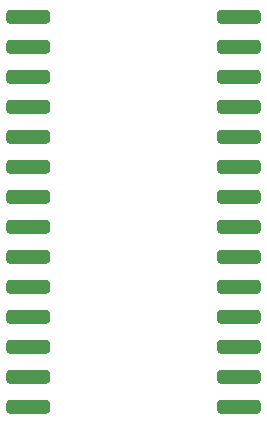
<source format=gbs>
%TF.GenerationSoftware,KiCad,Pcbnew,(5.1.10)-1*%
%TF.CreationDate,2021-09-09T19:00:59-06:00*%
%TF.ProjectId,NVRTC,4e565254-432e-46b6-9963-61645f706362,3*%
%TF.SameCoordinates,Original*%
%TF.FileFunction,Soldermask,Bot*%
%TF.FilePolarity,Negative*%
%FSLAX46Y46*%
G04 Gerber Fmt 4.6, Leading zero omitted, Abs format (unit mm)*
G04 Created by KiCad (PCBNEW (5.1.10)-1) date 2021-09-09 19:00:59*
%MOMM*%
%LPD*%
G01*
G04 APERTURE LIST*
G04 APERTURE END LIST*
%TO.C,H1*%
G36*
G01*
X161900000Y-75900000D02*
X161900000Y-76500000D01*
G75*
G02*
X161600000Y-76800000I-300000J0D01*
G01*
X158500000Y-76800000D01*
G75*
G02*
X158200000Y-76500000I0J300000D01*
G01*
X158200000Y-75900000D01*
G75*
G02*
X158500000Y-75600000I300000J0D01*
G01*
X161600000Y-75600000D01*
G75*
G02*
X161900000Y-75900000I0J-300000D01*
G01*
G37*
G36*
G01*
X161900000Y-78440000D02*
X161900000Y-79040000D01*
G75*
G02*
X161600000Y-79340000I-300000J0D01*
G01*
X158500000Y-79340000D01*
G75*
G02*
X158200000Y-79040000I0J300000D01*
G01*
X158200000Y-78440000D01*
G75*
G02*
X158500000Y-78140000I300000J0D01*
G01*
X161600000Y-78140000D01*
G75*
G02*
X161900000Y-78440000I0J-300000D01*
G01*
G37*
G36*
G01*
X161900000Y-80980000D02*
X161900000Y-81580000D01*
G75*
G02*
X161600000Y-81880000I-300000J0D01*
G01*
X158500000Y-81880000D01*
G75*
G02*
X158200000Y-81580000I0J300000D01*
G01*
X158200000Y-80980000D01*
G75*
G02*
X158500000Y-80680000I300000J0D01*
G01*
X161600000Y-80680000D01*
G75*
G02*
X161900000Y-80980000I0J-300000D01*
G01*
G37*
G36*
G01*
X161900000Y-83520000D02*
X161900000Y-84120000D01*
G75*
G02*
X161600000Y-84420000I-300000J0D01*
G01*
X158500000Y-84420000D01*
G75*
G02*
X158200000Y-84120000I0J300000D01*
G01*
X158200000Y-83520000D01*
G75*
G02*
X158500000Y-83220000I300000J0D01*
G01*
X161600000Y-83220000D01*
G75*
G02*
X161900000Y-83520000I0J-300000D01*
G01*
G37*
G36*
G01*
X161900000Y-86060000D02*
X161900000Y-86660000D01*
G75*
G02*
X161600000Y-86960000I-300000J0D01*
G01*
X158500000Y-86960000D01*
G75*
G02*
X158200000Y-86660000I0J300000D01*
G01*
X158200000Y-86060000D01*
G75*
G02*
X158500000Y-85760000I300000J0D01*
G01*
X161600000Y-85760000D01*
G75*
G02*
X161900000Y-86060000I0J-300000D01*
G01*
G37*
G36*
G01*
X161900000Y-88600000D02*
X161900000Y-89200000D01*
G75*
G02*
X161600000Y-89500000I-300000J0D01*
G01*
X158500000Y-89500000D01*
G75*
G02*
X158200000Y-89200000I0J300000D01*
G01*
X158200000Y-88600000D01*
G75*
G02*
X158500000Y-88300000I300000J0D01*
G01*
X161600000Y-88300000D01*
G75*
G02*
X161900000Y-88600000I0J-300000D01*
G01*
G37*
G36*
G01*
X161900000Y-91140000D02*
X161900000Y-91740000D01*
G75*
G02*
X161600000Y-92040000I-300000J0D01*
G01*
X158500000Y-92040000D01*
G75*
G02*
X158200000Y-91740000I0J300000D01*
G01*
X158200000Y-91140000D01*
G75*
G02*
X158500000Y-90840000I300000J0D01*
G01*
X161600000Y-90840000D01*
G75*
G02*
X161900000Y-91140000I0J-300000D01*
G01*
G37*
G36*
G01*
X161900000Y-93680000D02*
X161900000Y-94280000D01*
G75*
G02*
X161600000Y-94580000I-300000J0D01*
G01*
X158500000Y-94580000D01*
G75*
G02*
X158200000Y-94280000I0J300000D01*
G01*
X158200000Y-93680000D01*
G75*
G02*
X158500000Y-93380000I300000J0D01*
G01*
X161600000Y-93380000D01*
G75*
G02*
X161900000Y-93680000I0J-300000D01*
G01*
G37*
G36*
G01*
X161900000Y-96220000D02*
X161900000Y-96820000D01*
G75*
G02*
X161600000Y-97120000I-300000J0D01*
G01*
X158500000Y-97120000D01*
G75*
G02*
X158200000Y-96820000I0J300000D01*
G01*
X158200000Y-96220000D01*
G75*
G02*
X158500000Y-95920000I300000J0D01*
G01*
X161600000Y-95920000D01*
G75*
G02*
X161900000Y-96220000I0J-300000D01*
G01*
G37*
G36*
G01*
X161900000Y-98760000D02*
X161900000Y-99360000D01*
G75*
G02*
X161600000Y-99660000I-300000J0D01*
G01*
X158500000Y-99660000D01*
G75*
G02*
X158200000Y-99360000I0J300000D01*
G01*
X158200000Y-98760000D01*
G75*
G02*
X158500000Y-98460000I300000J0D01*
G01*
X161600000Y-98460000D01*
G75*
G02*
X161900000Y-98760000I0J-300000D01*
G01*
G37*
G36*
G01*
X161900000Y-101300000D02*
X161900000Y-101900000D01*
G75*
G02*
X161600000Y-102200000I-300000J0D01*
G01*
X158500000Y-102200000D01*
G75*
G02*
X158200000Y-101900000I0J300000D01*
G01*
X158200000Y-101300000D01*
G75*
G02*
X158500000Y-101000000I300000J0D01*
G01*
X161600000Y-101000000D01*
G75*
G02*
X161900000Y-101300000I0J-300000D01*
G01*
G37*
G36*
G01*
X161900000Y-103840000D02*
X161900000Y-104440000D01*
G75*
G02*
X161600000Y-104740000I-300000J0D01*
G01*
X158500000Y-104740000D01*
G75*
G02*
X158200000Y-104440000I0J300000D01*
G01*
X158200000Y-103840000D01*
G75*
G02*
X158500000Y-103540000I300000J0D01*
G01*
X161600000Y-103540000D01*
G75*
G02*
X161900000Y-103840000I0J-300000D01*
G01*
G37*
G36*
G01*
X161900000Y-106380000D02*
X161900000Y-106980000D01*
G75*
G02*
X161600000Y-107280000I-300000J0D01*
G01*
X158500000Y-107280000D01*
G75*
G02*
X158200000Y-106980000I0J300000D01*
G01*
X158200000Y-106380000D01*
G75*
G02*
X158500000Y-106080000I300000J0D01*
G01*
X161600000Y-106080000D01*
G75*
G02*
X161900000Y-106380000I0J-300000D01*
G01*
G37*
G36*
G01*
X161900000Y-108920000D02*
X161900000Y-109520000D01*
G75*
G02*
X161600000Y-109820000I-300000J0D01*
G01*
X158500000Y-109820000D01*
G75*
G02*
X158200000Y-109520000I0J300000D01*
G01*
X158200000Y-108920000D01*
G75*
G02*
X158500000Y-108620000I300000J0D01*
G01*
X161600000Y-108620000D01*
G75*
G02*
X161900000Y-108920000I0J-300000D01*
G01*
G37*
G36*
G01*
X144060000Y-108920000D02*
X144060000Y-109520000D01*
G75*
G02*
X143760000Y-109820000I-300000J0D01*
G01*
X140660000Y-109820000D01*
G75*
G02*
X140360000Y-109520000I0J300000D01*
G01*
X140360000Y-108920000D01*
G75*
G02*
X140660000Y-108620000I300000J0D01*
G01*
X143760000Y-108620000D01*
G75*
G02*
X144060000Y-108920000I0J-300000D01*
G01*
G37*
G36*
G01*
X144060000Y-106380000D02*
X144060000Y-106980000D01*
G75*
G02*
X143760000Y-107280000I-300000J0D01*
G01*
X140660000Y-107280000D01*
G75*
G02*
X140360000Y-106980000I0J300000D01*
G01*
X140360000Y-106380000D01*
G75*
G02*
X140660000Y-106080000I300000J0D01*
G01*
X143760000Y-106080000D01*
G75*
G02*
X144060000Y-106380000I0J-300000D01*
G01*
G37*
G36*
G01*
X144060000Y-103840000D02*
X144060000Y-104440000D01*
G75*
G02*
X143760000Y-104740000I-300000J0D01*
G01*
X140660000Y-104740000D01*
G75*
G02*
X140360000Y-104440000I0J300000D01*
G01*
X140360000Y-103840000D01*
G75*
G02*
X140660000Y-103540000I300000J0D01*
G01*
X143760000Y-103540000D01*
G75*
G02*
X144060000Y-103840000I0J-300000D01*
G01*
G37*
G36*
G01*
X144060000Y-101300000D02*
X144060000Y-101900000D01*
G75*
G02*
X143760000Y-102200000I-300000J0D01*
G01*
X140660000Y-102200000D01*
G75*
G02*
X140360000Y-101900000I0J300000D01*
G01*
X140360000Y-101300000D01*
G75*
G02*
X140660000Y-101000000I300000J0D01*
G01*
X143760000Y-101000000D01*
G75*
G02*
X144060000Y-101300000I0J-300000D01*
G01*
G37*
G36*
G01*
X144060000Y-98760000D02*
X144060000Y-99360000D01*
G75*
G02*
X143760000Y-99660000I-300000J0D01*
G01*
X140660000Y-99660000D01*
G75*
G02*
X140360000Y-99360000I0J300000D01*
G01*
X140360000Y-98760000D01*
G75*
G02*
X140660000Y-98460000I300000J0D01*
G01*
X143760000Y-98460000D01*
G75*
G02*
X144060000Y-98760000I0J-300000D01*
G01*
G37*
G36*
G01*
X144060000Y-96220000D02*
X144060000Y-96820000D01*
G75*
G02*
X143760000Y-97120000I-300000J0D01*
G01*
X140660000Y-97120000D01*
G75*
G02*
X140360000Y-96820000I0J300000D01*
G01*
X140360000Y-96220000D01*
G75*
G02*
X140660000Y-95920000I300000J0D01*
G01*
X143760000Y-95920000D01*
G75*
G02*
X144060000Y-96220000I0J-300000D01*
G01*
G37*
G36*
G01*
X144060000Y-93680000D02*
X144060000Y-94280000D01*
G75*
G02*
X143760000Y-94580000I-300000J0D01*
G01*
X140660000Y-94580000D01*
G75*
G02*
X140360000Y-94280000I0J300000D01*
G01*
X140360000Y-93680000D01*
G75*
G02*
X140660000Y-93380000I300000J0D01*
G01*
X143760000Y-93380000D01*
G75*
G02*
X144060000Y-93680000I0J-300000D01*
G01*
G37*
G36*
G01*
X144060000Y-91140000D02*
X144060000Y-91740000D01*
G75*
G02*
X143760000Y-92040000I-300000J0D01*
G01*
X140660000Y-92040000D01*
G75*
G02*
X140360000Y-91740000I0J300000D01*
G01*
X140360000Y-91140000D01*
G75*
G02*
X140660000Y-90840000I300000J0D01*
G01*
X143760000Y-90840000D01*
G75*
G02*
X144060000Y-91140000I0J-300000D01*
G01*
G37*
G36*
G01*
X144060000Y-88600000D02*
X144060000Y-89200000D01*
G75*
G02*
X143760000Y-89500000I-300000J0D01*
G01*
X140660000Y-89500000D01*
G75*
G02*
X140360000Y-89200000I0J300000D01*
G01*
X140360000Y-88600000D01*
G75*
G02*
X140660000Y-88300000I300000J0D01*
G01*
X143760000Y-88300000D01*
G75*
G02*
X144060000Y-88600000I0J-300000D01*
G01*
G37*
G36*
G01*
X144060000Y-75900000D02*
X144060000Y-76500000D01*
G75*
G02*
X143760000Y-76800000I-300000J0D01*
G01*
X140660000Y-76800000D01*
G75*
G02*
X140360000Y-76500000I0J300000D01*
G01*
X140360000Y-75900000D01*
G75*
G02*
X140660000Y-75600000I300000J0D01*
G01*
X143760000Y-75600000D01*
G75*
G02*
X144060000Y-75900000I0J-300000D01*
G01*
G37*
G36*
G01*
X144060000Y-78440000D02*
X144060000Y-79040000D01*
G75*
G02*
X143760000Y-79340000I-300000J0D01*
G01*
X140660000Y-79340000D01*
G75*
G02*
X140360000Y-79040000I0J300000D01*
G01*
X140360000Y-78440000D01*
G75*
G02*
X140660000Y-78140000I300000J0D01*
G01*
X143760000Y-78140000D01*
G75*
G02*
X144060000Y-78440000I0J-300000D01*
G01*
G37*
G36*
G01*
X144060000Y-80980000D02*
X144060000Y-81580000D01*
G75*
G02*
X143760000Y-81880000I-300000J0D01*
G01*
X140660000Y-81880000D01*
G75*
G02*
X140360000Y-81580000I0J300000D01*
G01*
X140360000Y-80980000D01*
G75*
G02*
X140660000Y-80680000I300000J0D01*
G01*
X143760000Y-80680000D01*
G75*
G02*
X144060000Y-80980000I0J-300000D01*
G01*
G37*
G36*
G01*
X144060000Y-83520000D02*
X144060000Y-84120000D01*
G75*
G02*
X143760000Y-84420000I-300000J0D01*
G01*
X140660000Y-84420000D01*
G75*
G02*
X140360000Y-84120000I0J300000D01*
G01*
X140360000Y-83520000D01*
G75*
G02*
X140660000Y-83220000I300000J0D01*
G01*
X143760000Y-83220000D01*
G75*
G02*
X144060000Y-83520000I0J-300000D01*
G01*
G37*
G36*
G01*
X144060000Y-86060000D02*
X144060000Y-86660000D01*
G75*
G02*
X143760000Y-86960000I-300000J0D01*
G01*
X140660000Y-86960000D01*
G75*
G02*
X140360000Y-86660000I0J300000D01*
G01*
X140360000Y-86060000D01*
G75*
G02*
X140660000Y-85760000I300000J0D01*
G01*
X143760000Y-85760000D01*
G75*
G02*
X144060000Y-86060000I0J-300000D01*
G01*
G37*
%TD*%
M02*

</source>
